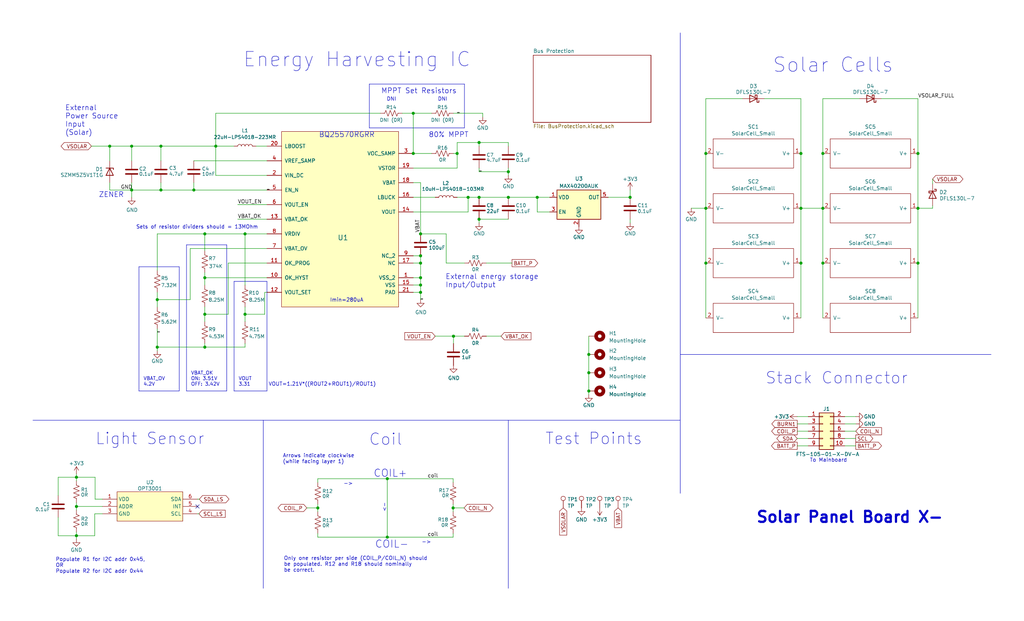
<source format=kicad_sch>
(kicad_sch (version 20230121) (generator eeschema)
  (paper "USLegal")
  (title_block (title "PyCubed Mini") (date "2023-04-12") (rev "B3/02") (company "REx Lab Carnegie Mellon University") (comment 1 "Z.Manchester") (comment 2 "N.Khera") (comment 3 "M.Holliday"))
  (junction (at 38.1 50.8))
  (junction (at 166.37 49.53))
  (junction (at 26.543 186.182))
  (junction (at 54.61 104.14))
  (junction (at 143.51 53.34))
  (junction (at 245.11 91.44))
  (junction (at 45.72 66.04))
  (junction (at 146.05 88.9))
  (junction (at 110.363 176.53))
  (junction (at 204.47 123.19))
  (junction (at 26.543 165.862))
  (junction (at 71.12 109.22))
  (junction (at 157.353 176.53))
  (junction (at 74.93 50.8))
  (junction (at 285.75 72.39))
  (junction (at 26.543 176.022))
  (junction (at 85.09 81.28))
  (junction (at 318.77 91.44))
  (junction (at 54.61 120.65))
  (junction (at 85.09 109.22))
  (junction (at 162.56 68.58))
  (junction (at 71.12 96.52))
  (junction (at 176.53 59.69))
  (junction (at 55.88 50.8))
  (junction (at 245.11 53.34))
  (junction (at 285.75 53.34))
  (junction (at 146.05 81.28))
  (junction (at 146.05 96.52))
  (junction (at 186.563 68.58))
  (junction (at 146.05 101.6))
  (junction (at 71.12 120.65))
  (junction (at 143.51 39.37))
  (junction (at 245.11 72.39))
  (junction (at 278.13 72.39))
  (junction (at 285.75 91.44))
  (junction (at 218.821 68.58))
  (junction (at 157.48 116.84))
  (junction (at 134.493 166.37))
  (junction (at 318.77 72.39))
  (junction (at 158.75 53.34))
  (junction (at 146.05 99.06))
  (junction (at 166.37 76.2))
  (junction (at 67.31 66.04))
  (junction (at 55.88 66.04))
  (junction (at 278.13 91.44))
  (junction (at 318.77 53.34))
  (junction (at 278.13 53.34))
  (junction (at 134.493 186.69))
  (junction (at 204.47 129.54))
  (junction (at 204.47 135.89))
  (junction (at 176.53 68.58))
  (junction (at 71.12 81.28))
  (junction (at 45.72 50.8))
  (junction (at 146.05 91.44))
  (junction (at 166.37 68.58))
  (no_connect (at 68.58 176.022))
  (wire (pts (xy 143.51 101.6) (xy 146.05 101.6)))
  (wire (pts (xy 26.543 176.022) (xy 26.543 177.292)))
  (wire (pts (xy 38.1 63.5) (xy 38.1 66.04)))
  (wire (pts (xy 190.881 73.66) (xy 186.563 73.66)))
  (wire (pts (xy 245.11 91.44) (xy 245.11 72.39)))
  (wire (pts (xy 146.05 91.44) (xy 146.05 88.9)))
  (polyline (pts (xy 78.74 85.09) (xy 78.74 135.89)))
  (wire (pts (xy 71.12 106.68) (xy 71.12 109.22)))
  (wire (pts (xy 218.821 76.2) (xy 218.821 77.47)))
  (wire (pts (xy 278.13 34.29) (xy 265.43 34.29)))
  (wire (pts (xy 110.363 175.26) (xy 110.363 176.53)))
  (polyline (pts (xy 81.28 97.79) (xy 92.71 97.79)))
  (wire (pts (xy 204.47 123.19) (xy 204.47 129.54)))
  (wire (pts (xy 85.09 119.38) (xy 85.09 120.65)))
  (wire (pts (xy 146.05 81.28) (xy 146.05 63.5)))
  (polyline (pts (xy 92.71 97.79) (xy 92.71 135.89)))
  (wire (pts (xy 204.47 137.16) (xy 204.47 135.89)))
  (wire (pts (xy 79.248 91.44) (xy 92.71 91.44)))
  (wire (pts (xy 54.61 120.65) (xy 71.12 120.65)))
  (wire (pts (xy 285.75 91.44) (xy 285.75 110.49)))
  (wire (pts (xy 158.75 53.34) (xy 158.75 58.42)))
  (wire (pts (xy 157.48 39.37) (xy 167.64 39.37)))
  (wire (pts (xy 82.55 76.2) (xy 92.71 76.2)))
  (wire (pts (xy 139.7 39.37) (xy 143.51 39.37)))
  (wire (pts (xy 176.53 60.96) (xy 176.53 59.69)))
  (wire (pts (xy 143.51 99.06) (xy 146.05 99.06)))
  (wire (pts (xy 245.11 34.29) (xy 245.11 53.34)))
  (wire (pts (xy 176.53 58.42) (xy 176.53 59.69)))
  (wire (pts (xy 323.85 72.39) (xy 323.85 71.501)))
  (wire (pts (xy 110.363 185.42) (xy 110.363 186.69)))
  (wire (pts (xy 45.72 50.8) (xy 55.88 50.8)))
  (wire (pts (xy 318.77 72.39) (xy 323.85 72.39)))
  (wire (pts (xy 318.77 34.29) (xy 318.77 53.34)))
  (polyline (pts (xy 92.71 135.89) (xy 81.28 135.89)))
  (wire (pts (xy 146.05 104.14) (xy 146.05 101.6)))
  (wire (pts (xy 85.09 81.28) (xy 85.09 99.06)))
  (wire (pts (xy 151.13 116.84) (xy 157.48 116.84)))
  (wire (pts (xy 134.493 166.37) (xy 157.353 166.37)))
  (wire (pts (xy 166.37 76.2) (xy 176.53 76.2)))
  (wire (pts (xy 20.193 172.212) (xy 20.193 165.862)))
  (polyline (pts (xy 176.53 146.05) (xy 176.53 204.47)))
  (polyline (pts (xy 64.77 135.89) (xy 64.77 85.09)))
  (polyline (pts (xy 236.22 11.43) (xy 236.22 171.45)))
  (wire (pts (xy 74.93 50.8) (xy 74.93 60.96)))
  (wire (pts (xy 134.493 186.69) (xy 157.353 186.69)))
  (wire (pts (xy 26.543 186.182) (xy 32.893 186.182)))
  (wire (pts (xy 74.93 39.37) (xy 74.93 50.8)))
  (wire (pts (xy 285.75 72.39) (xy 278.13 72.39)))
  (polyline (pts (xy 161.29 44.45) (xy 128.27 44.45)))
  (wire (pts (xy 166.37 58.42) (xy 166.37 59.69)))
  (wire (pts (xy 32.893 186.182) (xy 32.893 178.562)))
  (polyline (pts (xy 91.44 146.05) (xy 91.44 204.47)))
  (wire (pts (xy 20.193 165.862) (xy 26.543 165.862)))
  (wire (pts (xy 32.893 178.562) (xy 35.56 178.562)))
  (wire (pts (xy 67.31 66.04) (xy 67.31 63.5)))
  (polyline (pts (xy 161.29 29.21) (xy 161.29 44.45)))
  (wire (pts (xy 276.86 154.94) (xy 280.67 154.94)))
  (wire (pts (xy 54.61 114.3) (xy 54.61 120.65)))
  (wire (pts (xy 204.47 116.84) (xy 204.47 123.19)))
  (wire (pts (xy 257.81 34.29) (xy 245.11 34.29)))
  (wire (pts (xy 211.201 68.58) (xy 218.821 68.58)))
  (wire (pts (xy 55.88 66.04) (xy 67.31 66.04)))
  (wire (pts (xy 158.75 68.58) (xy 162.56 68.58)))
  (wire (pts (xy 146.05 88.9) (xy 143.51 88.9)))
  (wire (pts (xy 297.18 147.32) (xy 293.37 147.32)))
  (wire (pts (xy 276.86 147.32) (xy 280.67 147.32)))
  (wire (pts (xy 71.12 119.38) (xy 71.12 120.65)))
  (wire (pts (xy 92.71 55.88) (xy 67.31 55.88)))
  (wire (pts (xy 278.13 72.39) (xy 278.13 91.44)))
  (wire (pts (xy 285.75 53.34) (xy 285.75 72.39)))
  (wire (pts (xy 146.05 99.06) (xy 146.05 96.52)))
  (wire (pts (xy 276.86 152.4) (xy 280.67 152.4)))
  (wire (pts (xy 168.91 116.84) (xy 173.99 116.84)))
  (wire (pts (xy 55.88 50.8) (xy 55.88 55.88)))
  (wire (pts (xy 71.12 94.742) (xy 71.12 96.52)))
  (wire (pts (xy 285.75 34.29) (xy 285.75 53.34)))
  (wire (pts (xy 55.88 50.8) (xy 74.93 50.8)))
  (wire (pts (xy 71.12 81.28) (xy 54.61 81.28)))
  (wire (pts (xy 26.543 184.912) (xy 26.543 186.182)))
  (wire (pts (xy 161.163 176.53) (xy 157.353 176.53)))
  (wire (pts (xy 45.72 55.88) (xy 45.72 50.8)))
  (wire (pts (xy 157.353 185.42) (xy 157.353 186.69)))
  (wire (pts (xy 293.37 152.4) (xy 297.18 152.4)))
  (wire (pts (xy 143.51 53.34) (xy 143.51 39.37)))
  (wire (pts (xy 318.77 72.39) (xy 318.77 91.44)))
  (polyline (pts (xy 62.23 135.89) (xy 48.26 135.89)))
  (wire (pts (xy 33.02 173.482) (xy 35.56 173.482)))
  (polyline (pts (xy 128.27 29.21) (xy 161.29 29.21)))
  (wire (pts (xy 91.948 109.22) (xy 91.948 101.6)))
  (wire (pts (xy 74.93 50.8) (xy 81.28 50.8)))
  (wire (pts (xy 74.93 60.96) (xy 92.71 60.96)))
  (polyline (pts (xy 62.23 92.71) (xy 62.23 135.89)))
  (wire (pts (xy 54.61 121.92) (xy 54.61 120.65)))
  (wire (pts (xy 85.09 81.28) (xy 92.71 81.28)))
  (wire (pts (xy 38.1 55.88) (xy 38.1 50.8)))
  (wire (pts (xy 26.543 164.719) (xy 26.543 165.862)))
  (wire (pts (xy 166.37 50.8) (xy 166.37 49.53)))
  (wire (pts (xy 166.37 59.69) (xy 176.53 59.69)))
  (wire (pts (xy 33.02 165.862) (xy 26.543 165.862)))
  (wire (pts (xy 66.04 104.14) (xy 66.04 86.36)))
  (wire (pts (xy 110.363 166.37) (xy 134.493 166.37)))
  (wire (pts (xy 158.75 49.53) (xy 166.37 49.53)))
  (wire (pts (xy 293.37 149.86) (xy 297.18 149.86)))
  (wire (pts (xy 278.13 53.34) (xy 278.13 72.39)))
  (wire (pts (xy 146.05 101.6) (xy 146.05 99.06)))
  (wire (pts (xy 167.64 39.37) (xy 167.64 40.64)))
  (wire (pts (xy 55.88 63.5) (xy 55.88 66.04)))
  (wire (pts (xy 146.05 96.52) (xy 146.05 91.44)))
  (wire (pts (xy 154.94 91.44) (xy 154.94 81.28)))
  (polyline (pts (xy 81.28 135.89) (xy 81.28 97.79)))
  (wire (pts (xy 82.55 71.12) (xy 92.71 71.12)))
  (polyline (pts (xy 78.74 135.89) (xy 64.77 135.89)))
  (wire (pts (xy 110.363 166.37) (xy 110.363 167.64)))
  (wire (pts (xy 157.48 119.38) (xy 157.48 116.84)))
  (wire (pts (xy 54.61 104.14) (xy 66.04 104.14)))
  (wire (pts (xy 154.94 91.44) (xy 161.29 91.44)))
  (wire (pts (xy 162.56 73.66) (xy 162.56 68.58)))
  (wire (pts (xy 298.45 34.29) (xy 285.75 34.29)))
  (wire (pts (xy 166.37 76.2) (xy 166.37 77.47)))
  (wire (pts (xy 92.71 66.04) (xy 67.31 66.04)))
  (wire (pts (xy 157.48 53.34) (xy 158.75 53.34)))
  (wire (pts (xy 71.12 120.65) (xy 85.09 120.65)))
  (wire (pts (xy 278.13 91.44) (xy 278.13 110.49)))
  (wire (pts (xy 218.821 66.04) (xy 218.821 68.58)))
  (wire (pts (xy 85.09 106.68) (xy 85.09 109.22)))
  (wire (pts (xy 106.553 176.53) (xy 110.363 176.53)))
  (wire (pts (xy 157.353 166.37) (xy 157.353 167.64)))
  (polyline (pts (xy 48.26 92.71) (xy 62.23 92.71)))
  (wire (pts (xy 31.75 50.8) (xy 38.1 50.8)))
  (wire (pts (xy 68.58 173.482) (xy 69.215 173.482)))
  (wire (pts (xy 204.47 129.54) (xy 204.47 135.89)))
  (wire (pts (xy 285.75 72.39) (xy 285.75 91.44)))
  (wire (pts (xy 318.77 53.34) (xy 318.77 72.39)))
  (wire (pts (xy 166.37 49.53) (xy 176.53 49.53)))
  (polyline (pts (xy 64.77 85.09) (xy 78.74 85.09)))
  (wire (pts (xy 162.56 68.58) (xy 166.37 68.58)))
  (wire (pts (xy 71.12 109.22) (xy 79.248 109.22)))
  (wire (pts (xy 143.51 68.58) (xy 151.13 68.58)))
  (wire (pts (xy 176.53 68.58) (xy 186.563 68.58)))
  (wire (pts (xy 245.11 110.49) (xy 245.11 91.44)))
  (wire (pts (xy 71.12 96.52) (xy 71.12 99.06)))
  (wire (pts (xy 38.1 66.04) (xy 45.72 66.04)))
  (wire (pts (xy 85.09 81.28) (xy 71.12 81.28)))
  (wire (pts (xy 33.02 165.862) (xy 33.02 173.482)))
  (wire (pts (xy 186.563 68.58) (xy 190.881 68.58)))
  (wire (pts (xy 85.09 109.22) (xy 85.09 111.76)))
  (wire (pts (xy 26.543 174.752) (xy 26.543 176.022)))
  (wire (pts (xy 38.1 50.8) (xy 45.72 50.8)))
  (wire (pts (xy 318.77 91.44) (xy 318.77 110.49)))
  (wire (pts (xy 91.948 101.6) (xy 92.71 101.6)))
  (wire (pts (xy 245.11 72.39) (xy 240.03 72.39)))
  (wire (pts (xy 158.75 58.42) (xy 143.51 58.42)))
  (wire (pts (xy 88.9 50.8) (xy 92.71 50.8)))
  (wire (pts (xy 45.72 66.04) (xy 55.88 66.04)))
  (wire (pts (xy 280.67 144.78) (xy 276.86 144.78)))
  (wire (pts (xy 54.61 104.14) (xy 54.61 106.68)))
  (wire (pts (xy 26.543 165.862) (xy 26.543 167.132)))
  (wire (pts (xy 276.86 149.86) (xy 280.67 149.86)))
  (wire (pts (xy 54.61 81.28) (xy 54.61 93.98)))
  (wire (pts (xy 168.91 91.44) (xy 177.8 91.44)))
  (wire (pts (xy 297.18 154.94) (xy 293.37 154.94)))
  (wire (pts (xy 71.12 81.28) (xy 71.12 87.122)))
  (wire (pts (xy 134.493 166.37) (xy 134.493 186.69)))
  (polyline (pts (xy 236.22 123.19) (xy 344.17 123.19)))
  (wire (pts (xy 157.353 176.53) (xy 157.353 177.8)))
  (wire (pts (xy 26.543 176.022) (xy 35.56 176.022)))
  (wire (pts (xy 110.363 176.53) (xy 110.363 177.8)))
  (wire (pts (xy 278.13 53.34) (xy 278.13 34.29)))
  (wire (pts (xy 143.51 39.37) (xy 149.86 39.37)))
  (wire (pts (xy 74.93 39.37) (xy 132.08 39.37)))
  (wire (pts (xy 143.51 73.66) (xy 162.56 73.66)))
  (polyline (pts (xy 48.26 135.89) (xy 48.26 92.71)))
  (wire (pts (xy 54.61 101.6) (xy 54.61 104.14)))
  (wire (pts (xy 20.193 186.182) (xy 26.543 186.182)))
  (wire (pts (xy 143.51 91.44) (xy 146.05 91.44)))
  (wire (pts (xy 71.12 109.22) (xy 71.12 111.76)))
  (wire (pts (xy 176.53 50.8) (xy 176.53 49.53)))
  (wire (pts (xy 157.48 116.84) (xy 161.29 116.84)))
  (wire (pts (xy 26.543 187.325) (xy 26.543 186.182)))
  (wire (pts (xy 245.11 72.39) (xy 245.11 53.34)))
  (wire (pts (xy 157.353 175.26) (xy 157.353 176.53)))
  (polyline (pts (xy 11.43 146.05) (xy 236.22 146.05)))
  (wire (pts (xy 323.85 62.23) (xy 323.85 63.881)))
  (wire (pts (xy 306.07 34.29) (xy 318.77 34.29)))
  (wire (pts (xy 186.563 73.66) (xy 186.563 68.58)))
  (wire (pts (xy 158.75 49.53) (xy 158.75 53.34)))
  (wire (pts (xy 154.94 81.28) (xy 146.05 81.28)))
  (wire (pts (xy 45.72 63.5) (xy 45.72 66.04)))
  (wire (pts (xy 297.18 144.78) (xy 293.37 144.78)))
  (wire (pts (xy 71.12 96.52) (xy 92.71 96.52)))
  (wire (pts (xy 110.363 186.69) (xy 134.493 186.69)))
  (wire (pts (xy 45.72 66.04) (xy 45.72 68.58)))
  (wire (pts (xy 68.58 178.562) (xy 69.088 178.562)))
  (wire (pts (xy 20.193 179.832) (xy 20.193 186.182)))
  (wire (pts (xy 143.51 53.34) (xy 149.86 53.34)))
  (wire (pts (xy 79.248 109.22) (xy 79.248 91.44)))
  (wire (pts (xy 143.51 96.52) (xy 146.05 96.52)))
  (wire (pts (xy 85.09 109.22) (xy 91.948 109.22)))
  (polyline (pts (xy 128.27 44.45) (xy 128.27 29.21)))
  (wire (pts (xy 66.04 86.36) (xy 92.71 86.36)))
  (wire (pts (xy 166.37 68.58) (xy 176.53 68.58)))
  (wire (pts (xy 146.05 63.5) (xy 143.51 63.5)))
  (text "80% MPPT " (at 148.844 48.006 0) (effects (font (size 1.778 1.778)) (justify left bottom)))
  (text "DNI" (at 152.019 35.306 0) (effects (font (size 1.27 1.27)) (justify left bottom)))
  (text "Populate R1 for I2C addr 0x45, \nOR\nPopulate R2 for I2C addr 0x44" (at 19.304 199.39 0) (effects (font (size 1.27 1.27)) (justify left bottom)))
  (text "Solar Cells\n" (at 268.224 25.654 0) (effects (font (size 5 5)) (justify left bottom)))
  (text "External\nPower Source\nInput\n(Solar)" (at 22.606 47.244 0) (effects (font (size 1.778 1.778)) (justify left bottom)))
  (text "Only one resistor per side (COIL_P/COIL_N) should \nbe populated. R12 and R18 should nominally \nbe correct." (at 98.552 199.009 0) (effects (font (size 1.27 1.27)) (justify left bottom)))
  (text "Stack Connector\n" (at 265.684 133.858 0) (effects (font (size 4 4)) (justify left bottom)))
  (text "VOUT\n3.31" (at 82.804 134.366 0) (effects (font (size 1.2 1.2)) (justify left bottom)))
  (text "->" (at 149.733 189.23 0) (effects (font (size 1.27 1.27)) (justify right bottom)))
  (text "Energy Harvesting IC" (at 84.328 23.749 0) (effects (font (size 5 5)) (justify left bottom)))
  (text "MPPT Set Resistors " (at 132.334 32.766 0) (effects (font (size 1.778 1.778)) (justify left bottom)))
  (text "Arrows indicate clockwise\n(while facing layer 1)" (at 98.171 161.29 0) (effects (font (size 1.27 1.27)) (justify left bottom)))
  (text "<-" (at 134.239 178.054 90) (effects (font (size 1.27 1.27)) (justify left bottom)))
  (text "Test Points" (at 189.23 154.94 0) (effects (font (size 4 4)) (justify left bottom)))
  (text "External energy storage\nInput/Output" (at 154.686 100.203 0) (effects (font (size 1.778 1.778)) (justify left bottom)))
  (text "COIL+" (at 129.667 166.116 0) (effects (font (size 2.54 2.54)) (justify left bottom)))
  (text "BQ25570RGRR" (at 110.744 48.006 0) (effects (font (size 1.778 1.778)) (justify left bottom)))
  (text "DNI" (at 134.239 35.306 0) (effects (font (size 1.27 1.27)) (justify left bottom)))
  (text "Light Sensor" (at 33.02 154.94 0) (effects (font (size 4 4)) (justify left bottom)))
  (text "Solar Panel Board X-" (at 262.382 182.118 0) (effects (font (size 3.81 3.81) (thickness 0.762) bold) (justify left bottom)))
  (text "->" (at 119.253 168.91 0) (effects (font (size 1.27 1.27)) (justify left bottom)))
  (text "VOUT=1.21V*((ROUT2+ROUT1)/ROUT1)" (at 93.218 134.366 0) (effects (font (size 1.27 1.27)) (justify left bottom)))
  (text "VBAT_OV\n4.2V" (at 49.784 134.366 0) (effects (font (size 1.2 1.2)) (justify left bottom)))
  (text "VBAT_OK\nON: 3.51V\nOFF: 3.42V" (at 66.294 134.366 0) (effects (font (size 1.2 1.2)) (justify left bottom)))
  (text "COIL-" (at 130.175 190.754 0) (effects (font (size 2.54 2.54)) (justify left bottom)))
  (text "Sets of resistor dividers should = 13MOhm" (at 47.244 79.756 0) (effects (font (size 1.27 1.27)) (justify left bottom)))
  (text "Imin=280uA" (at 114.554 105.156 0) (effects (font (size 1.27 1.27)) (justify left bottom)))
  (text "ZENER" (at 34.29 68.834 0) (effects (font (size 1.778 1.778)) (justify left bottom)))
  (text "To Mainboard" (at 281.178 160.782 0) (effects (font (size 1.27 1.27)) (justify left bottom)))
  (text "Coil" (at 128.016 155.194 0) (effects (font (size 4 4)) (justify left bottom)))
  (label "GND" (at 158.75 39.37 0) (effects (font (size 0.254 0.254))))
  (label "coil" (at 148.463 186.69 0))
  (label "GND" (at 92.71 66.04 0) (effects (font (size 0.254 0.254))))
  (label "VBAT_OK" (at 82.55 76.2 0))
  (label "coil" (at 148.463 166.37 0))
  (label "VOUT_EN" (at 82.55 71.12 0))
  (label "VBAT" (at 146.05 76.2 270))
  (label "GND" (at 166.37 59.69 0) (effects (font (size 0.254 0.254))))
  (label "GND" (at 146.05 104.14 0) (effects (font (size 0.254 0.254))))
  (label "GND" (at 41.91 66.04 0))
  (label "GND" (at 54.61 115.57 0) (effects (font (size 0.254 0.254))))
  (label "VSOLAR_FULL" (at 318.77 34.29 0))
  (global_label "SDA_LS" (shape bidirectional) (at 69.215 173.482 0) (property "Intersheetrefs" "${INTERSHEET_REFS}" (effects hide)))
  (global_label "VBAT_OK" (shape input) (at 173.99 116.84 0) (property "Intersheetrefs" "${INTERSHEET_REFS}" (effects hide)))
  (global_label "VSOLAR" (shape bidirectional) (at 31.75 50.8 180) (property "Intersheetrefs" "${INTERSHEET_REFS}" (effects hide)))
  (global_label "BATT_P" (shape output) (at 177.8 91.44 0) (property "Intersheetrefs" "${INTERSHEET_REFS}" (effects hide)))
  (global_label "VOUT_EN" (shape input) (at 151.13 116.84 180) (property "Intersheetrefs" "${INTERSHEET_REFS}" (effects hide)))
  (global_label "VSOLAR" (shape bidirectional) (at 323.85 62.23 0) (property "Intersheetrefs" "${INTERSHEET_REFS}" (effects hide)))
  (global_label "BURN1" (shape output) (at 276.86 147.32 180) (property "Intersheetrefs" "${INTERSHEET_REFS}" (effects hide)))
  (global_label "COIL_N" (shape input) (at 297.18 149.86 0) (property "Intersheetrefs" "${INTERSHEET_REFS}" (effects hide)))
  (global_label "COIL_P" (shape bidirectional) (at 106.553 176.53 180) (property "Intersheetrefs" "${INTERSHEET_REFS}" (effects hide)))
  (global_label "SCL" (shape output) (at 297.18 152.4 0) (property "Intersheetrefs" "${INTERSHEET_REFS}" (effects hide)))
  (global_label "COIL_P" (shape output) (at 276.86 149.86 180) (property "Intersheetrefs" "${INTERSHEET_REFS}" (effects hide)))
  (global_label "BATT_P" (shape output) (at 276.86 154.94 180) (property "Intersheetrefs" "${INTERSHEET_REFS}" (effects hide)))
  (global_label "SCL_LS" (shape input) (at 69.088 178.562 0) (property "Intersheetrefs" "${INTERSHEET_REFS}" (effects hide)))
  (global_label "COIL_N" (shape bidirectional) (at 161.163 176.53 0) (property "Intersheetrefs" "${INTERSHEET_REFS}" (effects hide)))
  (global_label "VBAT" (shape input) (at 214.63 176.53 270) (property "Intersheetrefs" "${INTERSHEET_REFS}" (effects hide)))
  (global_label "VSOLAR" (shape input) (at 195.58 176.53 270) (property "Intersheetrefs" "${INTERSHEET_REFS}" (effects hide)))
  (global_label "BATT_P" (shape output) (at 297.18 154.94 0) (property "Intersheetrefs" "${INTERSHEET_REFS}" (effects hide)))
  (global_label "SDA" (shape bidirectional) (at 276.86 152.4 180) (property "Intersheetrefs" "${INTERSHEET_REFS}" (effects hide)))
  (symbol (lib_id "Device:C") (at 176.53 54.61 0) (unit 1)
    (property "Reference" "C9" (at 179.07 53.848 0) (effects (font (size 1.2 1.2)) (justify left)))
    (property "Value" "0.1uF" (at 179.07 55.626 0) (effects (font (size 1.2 1.2)) (justify left)))
    (property "Footprint" "Capacitor_SMD:C_0603_1608Metric" (effects hide))
    (property "Description" "CAP CER 0.1UF 50V X7R 0603" (effects hide))
    (property "Manufacturer_Name" "KYOCERA AVX" (effects hide))
    (property "Manufacturer_Part_Number" "06035C104K4T2A" (effects hide))
    (property "Package/Footprint" "0603" (effects hide))
    (property "Website" "https://www.digikey.pt/pt/products/detail/kyocera-avx/KAM15AR71H104KT/1950904?s=N4IgTCBcDaIAwDY4GYCsBhAjHALAaRwBUwBBEAXQF8g" (effects hide))
  )
  (symbol (lib_id "Device:R_US") (at 85.09 115.57 180) (unit 1)
    (property "Reference" "R11" (at 88.392 113.792 0) (effects (font (size 1.2 1.2)) (justify bottom)))
    (property "Value" "4.75M" (at 89.154 117.602 0) (effects (font (size 1.2 1.2)) (justify top)))
    (property "Footprint" "Resistor_SMD:R_0603_1608Metric" (effects hide))
    (property "Description" "RES 4.75M OHM 1% 1/10W 0603" (effects hide))
    (property "Manufacturer_Name" "Stackpole Electronics Inc" (effects hide))
    (property "Manufacturer_Part_Number" "RMCF0603FT4M75" (effects hide))
    (property "Package/Footprint" "0603" (effects hide))
    (property "Website" "https://www.digikey.pt/pt/products/detail/stackpole-electronics-inc/RMCF0603FT4M75/1761161?s=N4IgTCBcDaIEoFkDCAxADANjQZhQFQBYEB2AVhAF0BfIA" (effects hide))
  )
  (symbol (lib_id "Device:R_US") (at 85.09 102.87 180) (unit 1)
    (property "Reference" "R10" (at 88.138 101.092 0) (effects (font (size 1.2 1.2)) (justify bottom)))
    (property "Value" "8.25M" (at 89.154 104.902 0) (effects (font (size 1.2 1.2)) (justify top)))
    (property "Footprint" "Resistor_SMD:R_0603_1608Metric" (effects hide))
    (property "Description" "RES SMD 8.25M OHM 1% 1/10W 0603" (effects hide))
    (property "Manufacturer_Name" "Vishay Dale" (effects hide))
    (property "Manufacturer_Part_Number" "CRCW06038M25FKEA" (effects hide))
    (property "Package/Footprint" "0603" (effects hide))
    (property "Website" "https://www.digikey.pt/pt/products/detail/vishay-dale/CRCW06038M25FKEA/1175115" (effects hide))
  )
  (symbol (lib_id "Device:C") (at 218.821 72.39 0) (unit 1)
    (property "Reference" "C11" (at 221.361 71.374 0) (effects (font (size 1.2 1.2)) (justify left)))
    (property "Value" "0.1uF" (at 221.361 73.406 0) (effects (font (size 1.2 1.2)) (justify left)))
    (property "Footprint" "Capacitor_SMD:C_0603_1608Metric" (effects hide))
    (property "Description" "CAP CER 0.1UF 50V X7R 0603" (effects hide))
    (property "Manufacturer_Name" "KYOCERA AVX" (effects hide))
    (property "Manufacturer_Part_Number" "06035C104K4T2A" (effects hide))
    (property "Package/Footprint" "0603" (effects hide))
    (property "Website" "https://www.digikey.pt/pt/products/detail/kyocera-avx/KAM15AR71H104KT/1950904?s=N4IgTCBcDaIAwDY4GYCsBhAjHALAaRwBUwBBEAXQF8g" (effects hide))
  )
  (symbol (lib_id "Device:R_US") (at 165.1 91.44 270) (unit 1)
    (property "Reference" "R3" (at 165.1 90.17 90) (effects (font (size 1.2 1.2)) (justify bottom)))
    (property "Value" "0R" (at 165.1 92.964 90) (effects (font (size 1.2 1.2)) (justify top)))
    (property "Footprint" "Resistor_SMD:R_0603_1608Metric" (effects hide))
    (property "Description" "RES 0 OHM JUMPER 1/10W 0603" (effects hide))
    (property "Manufacturer_Name" "Stackpole Electronics Inc" (effects hide))
    (property "Manufacturer_Part_Number" "RMCF0603ZT0R00" (effects hide))
    (property "Package/Footprint" "0603" (effects hide))
    (property "Website" "https://www.digikey.pt/pt/products/detail/stackpole-electronics-inc/RMCF0603ZT0R00/1756908?s=N4IgTCBcDaIEoFkDCAxADANjQZgFoBU0400QBdAXyA" (effects hide))
  )
  (symbol (lib_id "Device:R_US") (at 54.61 110.49 180) (unit 1)
    (property "Reference" "R6" (at 57.15 108.712 0) (effects (font (size 1.2 1.2)) (justify bottom)))
    (property "Value" "5.62M" (at 58.674 112.522 0) (effects (font (size 1.2 1.2)) (justify top)))
    (property "Footprint" "Resistor_SMD:R_0603_1608Metric" (effects hide))
    (property "Description" "RES 5.62M OHM 1% 1/10W 0603" (effects hide))
    (property "Manufacturer_Name" "Stackpole Electronics Inc" (effects hide))
    (property "Manufacturer_Part_Number" "RMCF0603FT5M62" (effects hide))
    (property "Package/Footprint" "0603" (effects hide))
    (property "Website" "https://www.digikey.pt/pt/products/detail/stackpole-electronics-inc/RMCF0603FT5M62/6266838?s=N4IgTCBcDaIEoFkDCAxADANjQZhQFQFYEMIBdAXyA" (effects hide))
  )
  (symbol (lib_id "power:GND") (at 146.05 104.14 0) (unit 1)
    (property "Reference" "#PWR08" (effects hide))
    (property "Value" "GND" (at 146.177 108.5342 0))
  )
  (symbol (lib_id "power:GND") (at 54.61 121.92 0) (unit 1)
    (property "Reference" "#PWR04" (effects hide))
    (property "Value" "GND" (at 54.61 125.476 0))
  )
  (symbol (lib_id "power:GND") (at 45.72 68.58 0) (unit 1)
    (property "Reference" "#PWR03" (effects hide))
    (property "Value" "GND" (at 45.847 72.9742 0))
  )
  (symbol (lib_id "power:GND") (at 167.64 40.64 0) (unit 1)
    (property "Reference" "#PWR010" (effects hide))
    (property "Value" "GND" (at 167.64 44.45 0))
  )
  (symbol (lib_id "power:GND") (at 166.37 77.47 0) (unit 1)
    (property "Reference" "#PWR09" (effects hide))
    (property "Value" "GND" (at 166.37 81.153 0))
  )
  (symbol (lib_id "power:GND") (at 176.53 60.96 0) (unit 1)
    (property "Reference" "#PWR011" (effects hide))
    (property "Value" "GND" (at 176.53 64.77 0))
  )
  (symbol (lib_id "solarpanels:SolarCell_Small") (at 302.26 53.34 0) (mirror y) (unit 1)
    (property "Reference" "SC5" (at 302.26 44.069 0))
    (property "Value" "SolarCell_Small" (at 302.26 46.3804 0))
    (property "Footprint" "solarpanels:KXOB25-05X3F" (effects hide))
    (property "Description" "MONOCRYS SOLAR CELL 30.7MW 2.07V" (effects hide))
    (property "Manufacturer_Name" "ANYSOLAR Ltd" (effects hide))
    (property "Manufacturer_Part_Number" "KXOB25-05X3F-TR" (effects hide))
    (property "Website" "https://www.digikey.pt/pt/products/detail/anysolar-ltd/KXOB25-05X3F-TR/9990478?s=N4IgTCBcDaINIA0DyAhMBWAtABnQgzAGKYAqASiALoC%2BQA" (effects hide))
  )
  (symbol (lib_id "power:GND") (at 26.543 187.325 0) (unit 1)
    (property "Reference" "#PWR07" (effects hide))
    (property "Value" "GND" (at 26.543 191.135 0))
  )
  (symbol (lib_id "solarpanels:SolarCell_Small") (at 302.26 72.39 0) (mirror y) (unit 1)
    (property "Reference" "SC6" (at 302.26 63.119 0))
    (property "Value" "SolarCell_Small" (at 302.26 65.4304 0))
    (property "Footprint" "solarpanels:KXOB25-05X3F" (effects hide))
    (property "Description" "MONOCRYS SOLAR CELL 30.7MW 2.07V" (effects hide))
    (property "Manufacturer_Name" "ANYSOLAR Ltd" (effects hide))
    (property "Manufacturer_Part_Number" "KXOB25-05X3F-TR" (effects hide))
    (property "Website" "https://www.digikey.pt/pt/products/detail/anysolar-ltd/KXOB25-05X3F-TR/9990478?s=N4IgTCBcDaINIA0DyAhMBWAtABnQgzAGKYAqASiALoC%2BQA" (effects hide))
  )
  (symbol (lib_id "solarpanels:SolarCell_Small") (at 302.26 91.44 0) (mirror y) (unit 1)
    (property "Reference" "SC7" (at 302.26 82.169 0))
    (property "Value" "SolarCell_Small" (at 302.26 84.4804 0))
    (property "Footprint" "solarpanels:KXOB25-05X3F" (effects hide))
    (property "Description" "MONOCRYS SOLAR CELL 30.7MW 2.07V" (effects hide))
    (property "Manufacturer_Name" "ANYSOLAR Ltd" (effects hide))
    (property "Manufacturer_Part_Number" "KXOB25-05X3F-TR" (effects hide))
    (property "Website" "https://www.digikey.pt/pt/products/detail/anysolar-ltd/KXOB25-05X3F-TR/9990478?s=N4IgTCBcDaINIA0DyAhMBWAtABnQgzAGKYAqASiALoC%2BQA" (effects hide))
  )
  (symbol (lib_id "Device:R_US") (at 26.543 170.942 180) (unit 1)
    (property "Reference" "R1" (at 28.067 170.18 0) (effects (font (size 1.2 1.2)) (justify right)))
    (property "Value" "0R" (at 28.067 171.958 0) (effects (font (size 1.2 1.2)) (justify right)))
    (property "Footprint" "Resistor_SMD:R_0402_1005Metric" (effects hide))
    (property "Description" "RES 0 OHM JUMPER 1/16W 0402" (effects hide))
    (property "Manufacturer_Name" "Stackpole Electronics Inc" (effects hide))
    (property "Manufacturer_Part_Number" "RMCF0402ZT0R00" (effects hide))
    (property "Package/Footprint" "0402" (effects hide))
    (property "Website" "https://www.digikey.pt/pt/products/detail/stackpole-electronics-inc/RMCF0402ZT0R00/1756905?s=N4IgTCBcDaIEoFkDCAxADAFjWAWgFTTjTRAF0BfIA" (effects hide))
  )
  (symbol (lib_id "solarpanels:SolarCell_Small") (at 302.26 110.49 0) (mirror y) (unit 1)
    (property "Reference" "SC8" (at 302.26 101.219 0))
    (property "Value" "SolarCell_Small" (at 302.26 103.5304 0))
    (property "Footprint" "solarpanels:KXOB25-05X3F" (effects hide))
    (property "Description" "MONOCRYS SOLAR CELL 30.7MW 2.07V" (effects hide))
    (property "Manufacturer_Name" "ANYSOLAR Ltd" (effects hide))
    (property "Manufacturer_Part_Number" "KXOB25-05X3F-TR" (effects hide))
    (property "Website" "https://www.digikey.pt/pt/products/detail/anysolar-ltd/KXOB25-05X3F-TR/9990478?s=N4IgTCBcDaINIA0DyAhMBWAtABnQgzAGKYAqASiALoC%2BQA" (effects hide))
  )
  (symbol (lib_id "solarpanels:SolarCell_Small") (at 261.62 53.34 0) (mirror y) (unit 1)
    (property "Reference" "SC1" (at 261.62 44.069 0))
    (property "Value" "SolarCell_Small" (at 261.62 46.3804 0))
    (property "Footprint" "solarpanels:KXOB25-05X3F" (effects hide))
    (property "Description" "MONOCRYS SOLAR CELL 30.7MW 2.07V" (effects hide))
    (property "Manufacturer_Name" "ANYSOLAR Ltd" (effects hide))
    (property "Manufacturer_Part_Number" "KXOB25-05X3F-TR" (effects hide))
    (property "Website" "https://www.digikey.pt/pt/products/detail/anysolar-ltd/KXOB25-05X3F-TR/9990478?s=N4IgTCBcDaINIA0DyAhMBWAtABnQgzAGKYAqASiALoC%2BQA" (effects hide))
  )
  (symbol (lib_id "solarpanels:SolarCell_Small") (at 261.62 72.39 0) (mirror y) (unit 1)
    (property "Reference" "SC2" (at 261.62 63.119 0))
    (property "Value" "SolarCell_Small" (at 261.62 65.4304 0))
    (property "Footprint" "solarpanels:KXOB25-05X3F" (effects hide))
    (property "Description" "MONOCRYS SOLAR CELL 30.7MW 2.07V" (effects hide))
    (property "Manufacturer_Name" "ANYSOLAR Ltd" (effects hide))
    (property "Manufacturer_Part_Number" "KXOB25-05X3F-TR" (effects hide))
    (property "Website" "https://www.digikey.pt/pt/products/detail/anysolar-ltd/KXOB25-05X3F-TR/9990478?s=N4IgTCBcDaINIA0DyAhMBWAtABnQgzAGKYAqASiALoC%2BQA" (effects hide))
  )
  (symbol (lib_id "solarpanels:SolarCell_Small") (at 261.62 91.44 0) (mirror y) (unit 1)
    (property "Reference" "SC3" (at 261.62 82.169 0))
    (property "Value" "SolarCell_Small" (at 261.62 84.4804 0))
    (property "Footprint" "solarpanels:KXOB25-05X3F" (effects hide))
    (property "Description" "MONOCRYS SOLAR CELL 30.7MW 2.07V" (effects hide))
    (property "Manufacturer_Name" "ANYSOLAR Ltd" (effects hide))
    (property "Manufacturer_Part_Number" "KXOB25-05X3F-TR" (effects hide))
    (property "Website" "https://www.digikey.pt/pt/products/detail/anysolar-ltd/KXOB25-05X3F-TR/9990478?s=N4IgTCBcDaINIA0DyAhMBWAtABnQgzAGKYAqASiALoC%2BQA" (effects hide))
  )
  (symbol (lib_id "solarpanels:SolarCell_Small") (at 261.62 110.49 0) (mirror y) (unit 1)
    (property "Reference" "SC4" (at 261.62 101.219 0))
    (property "Value" "SolarCell_Small" (at 261.62 103.5304 0))
    (property "Footprint" "solarpanels:KXOB25-05X3F" (effects hide))
    (property "Description" "MONOCRYS SOLAR CELL 30.7MW 2.07V" (effects hide))
    (property "Manufacturer_Name" "ANYSOLAR Ltd" (effects hide))
    (property "Manufacturer_Part_Number" "KXOB25-05X3F-TR" (effects hide))
    (property "Website" "https://www.digikey.pt/pt/products/detail/anysolar-ltd/KXOB25-05X3F-TR/9990478?s=N4IgTCBcDaINIA0DyAhMBWAtABnQgzAGKYAqASiALoC%2BQA" (effects hide))
  )
  (symbol (lib_id "Device:R_US") (at 26.543 181.102 180) (unit 1)
    (property "Reference" "R2" (at 28.067 180.34 0) (effects (font (size 1.2 1.2)) (justify right)))
    (property "Value" "0R" (at 28.067 182.118 0) (effects (font (size 1.2 1.2)) (justify right)))
    (property "Footprint" "Resistor_SMD:R_0402_1005Metric" (effects hide))
    (property "Description" "RES 0 OHM JUMPER 1/16W 0402" (effects hide))
    (property "Manufacturer_Name" "Stackpole Electronics Inc" (effects hide))
    (property "Manufacturer_Part_Number" "RMCF0402ZT0R00" (effects hide))
    (property "Package/Footprint" "0402" (effects hide))
    (property "Website" "https://www.digikey.pt/pt/products/detail/stackpole-electronics-inc/RMCF0402ZT0R00/1756905?s=N4IgTCBcDaIEoFkDCAxADAFjWAWgFTTjTRAF0BfIA" (effects hide))
  )
  (symbol (lib_id "Device:C") (at 157.48 123.19 0) (unit 1)
    (property "Reference" "C6" (at 160.274 122.174 0) (effects (font (size 1.2 1.2)) (justify left)))
    (property "Value" "1uF" (at 160.274 124.206 0) (effects (font (size 1.2 1.2)) (justify left)))
    (property "Footprint" "Capacitor_SMD:C_0603_1608Metric" (effects hide))
    (property "Description" "CAP CER 1UF 50V X5R 0603" (effects hide))
    (property "Manufacturer_Name" "Murata Electronics" (effects hide))
    (property "Manufacturer_Part_Number" "GRT188R61H105KE13D" (effects hide))
    (property "Package/Footprint" "0603" (effects hide))
    (property "Website" "https://www.digikey.pt/pt/products/detail/murata-electronics/GRT188R61H105KE13D/5416752?s=N4IgTCBcDaIOICUAqBGAHGhA2FAJFADAKwDSAoigMwAiIAugL5A" (effects hide))
  )
  (symbol (lib_id "power:+3V3") (at 26.543 164.719 0) (unit 1)
    (property "Reference" "#PWR06" (effects hide))
    (property "Value" "+3V3" (at 26.543 161.036 0))
  )
  (symbol (lib_id "power:GND") (at 157.48 127 0) (unit 1)
    (property "Reference" "#PWR01" (effects hide))
    (property "Value" "GND" (at 157.607 131.3942 0))
  )
  (symbol (lib_id "Device:R_US") (at 165.1 116.84 270) (unit 1)
    (property "Reference" "R4" (at 165.1 114.681 90) (effects (font (size 1.2 1.2))))
    (property "Value" "0R" (at 165.1 119.253 90) (effects (font (size 1.2 1.2))))
    (property "Footprint" "Resistor_SMD:R_0603_1608Metric" (effects hide))
    (property "Description" "RES 0 OHM JUMPER 1/10W 0603" (effects hide))
    (property "Manufacturer_Name" "Stackpole Electronics Inc" (effects hide))
    (property "Manufacturer_Part_Number" "RMCF0603ZT0R00" (effects hide))
    (property "Package/Footprint" "0603" (effects hide))
    (property "Website" "https://www.digikey.pt/pt/products/detail/stackpole-electronics-inc/RMCF0603ZT0R00/1756908?s=N4IgTCBcDaIEoFkDCAxADANjQZgFoBU0400QBdAXyA" (effects hide))
  )
  (symbol (lib_id "Device:C") (at 20.193 176.022 180) (unit 1)
    (property "Reference" "C1" (at 17.399 175.26 0) (effects (font (size 1.2 1.2)) (justify left)))
    (property "Value" "0.1uF" (at 17.399 177.038 0) (effects (font (size 1.2 1.2)) (justify left)))
    (property "Footprint" "Capacitor_SMD:C_0402_1005Metric" (effects hide))
    (property "Description" "CAP CER 0.1UF 50V X7R 0402" (effects hide))
    (property "Manufacturer_Name" "KYOCERA AVX" (effects hide))
    (property "Manufacturer_Part_Number" "04025C104KAT2A" (effects hide))
    (property "Package/Footprint" "0402" (effects hide))
    (property "Website" "https://www.digikey.pt/pt/products/detail/kyocera-avx/KGM05CR71H104KH/6564238?s=N4IgTCBcDaIAwBY5gKwGECMiDSBBAKmLiALoC%2BQA" (effects hide))
  )
  (symbol (lib_id "power:+3V3") (at 218.821 66.04 0) (unit 1)
    (property "Reference" "#PWR015" (effects hide))
    (property "Value" "+3V3" (at 218.821 62.23 0))
  )
  (symbol (lib_id "power:GND") (at 240.03 72.39 0) (mirror y) (unit 1)
    (property "Reference" "#PWR0101" (effects hide))
    (property "Value" "GND" (at 240.03 76.2 0))
  )
  (symbol (lib_id "Device:R_US") (at 110.363 181.61 180) (unit 1)
    (property "Reference" "R13" (at 111.887 180.848 0) (effects (font (size 1.2 1.2)) (justify right)))
    (property "Value" "0R" (at 111.887 182.626 0) (effects (font (size 1.2 1.2)) (justify right)))
    (property "Footprint" "Resistor_SMD:R_0603_1608Metric" (effects hide))
    (property "Description" "RES 0 OHM JUMPER 1/10W 0603" (effects hide))
    (property "Manufacturer_Name" "Stackpole Electronics Inc" (effects hide))
    (property "Manufacturer_Part_Number" "RMCF0603ZT0R00" (effects hide))
    (property "Package/Footprint" "0603" (effects hide))
    (property "Website" "https://www.digikey.pt/pt/products/detail/stackpole-electronics-inc/RMCF0603ZT0R00/1756908?s=N4IgTCBcDaIEoFkDCAxADANjQZgFoBU0400QBdAXyA" (effects hide))
  )
  (symbol (lib_id "Device:R_US") (at 110.363 171.45 180) (unit 1)
    (property "Reference" "R12" (at 111.887 170.688 0) (effects (font (size 1.2 1.2)) (justify right)))
    (property "Value" "0R" (at 111.887 172.466 0) (effects (font (size 1.2 1.2)) (justify right)))
    (property "Footprint" "Resistor_SMD:R_0603_1608Metric" (effects hide))
    (property "Description" "RES 0 OHM JUMPER 1/10W 0603" (effects hide))
    (property "Manufacturer_Name" "Stackpole Electronics Inc" (effects hide))
    (property "Manufacturer_Part_Number" "RMCF0603ZT0R00" (effects hide))
    (property "Package/Footprint" "0603" (effects hide))
    (property "Website" "https://www.digikey.pt/pt/products/detail/stackpole-electronics-inc/RMCF0603ZT0R00/1756908?s=N4IgTCBcDaIEoFkDCAxADANjQZgFoBU0400QBdAXyA" (effects hide))
  )
  (symbol (lib_id "Device:R_US") (at 157.353 181.61 180) (unit 1)
    (property "Reference" "R18" (at 152.019 180.594 0) (effects (font (size 1.2 1.2)) (justify right)))
    (property "Value" "0R" (at 153.162 182.499 0) (effects (font (size 1.2 1.2)) (justify right)))
    (property "Footprint" "Resistor_SMD:R_0603_1608Metric" (effects hide))
    (property "Description" "RES 0 OHM JUMPER 1/10W 0603" (effects hide))
    (property "Manufacturer_Name" "Stackpole Electronics Inc" (effects hide))
    (property "Manufacturer_Part_Number" "RMCF0603ZT0R00" (effects hide))
    (property "Package/Footprint" "0603" (effects hide))
    (property "Website" "https://www.digikey.pt/pt/products/detail/stackpole-electronics-inc/RMCF0603ZT0R00/1756908?s=N4IgTCBcDaIEoFkDCAxADANjQZgFoBU0400QBdAXyA" (effects hide))
  )
  (symbol (lib_id "Device:R_US") (at 157.353 171.45 180) (unit 1)
    (property "Reference" "R17" (at 152.273 170.434 0) (effects (font (size 1.2 1.2)) (justify right)))
    (property "Value" "0R" (at 153.416 172.212 0) (effects (font (size 1.2 1.2)) (justify right)))
    (property "Footprint" "Resistor_SMD:R_0603_1608Metric" (effects hide))
    (property "Description" "RES 0 OHM JUMPER 1/10W 0603" (effects hide))
    (property "Manufacturer_Name" "Stackpole Electronics Inc" (effects hide))
    (property "Manufacturer_Part_Number" "RMCF0603ZT0R00" (effects hide))
    (property "Package/Footprint" "0603" (effects hide))
    (property "Website" "https://www.digikey.pt/pt/products/detail/stackpole-electronics-inc/RMCF0603ZT0R00/1756908?s=N4IgTCBcDaIEoFkDCAxADANjQZgFoBU0400QBdAXyA" (effects hide))
  )
  (symbol (lib_id "Connector:TestPoint") (at 195.58 176.53 0) (unit 1) (in_bom no)
    (property "Reference" "TP1" (at 197.0532 173.5328 0) (effects (justify left)))
    (property "Value" "TP" (at 197.0532 175.8442 0) (effects (justify left)))
    (property "Footprint" "TestPoint:TestPoint_THTPad_D1.0mm_Drill0.5mm" (effects hide))
  )
  (symbol (lib_id "Connector:TestPoint") (at 201.93 176.53 0) (unit 1) (in_bom no)
    (property "Reference" "TP2" (at 203.4032 173.5328 0) (effects (justify left)))
    (property "Value" "TP" (at 203.4032 175.8442 0) (effects (justify left)))
    (property "Footprint" "TestPoint:TestPoint_THTPad_D1.0mm_Drill0.5mm" (effects hide))
  )
  (symbol (lib_id "Connector:TestPoint") (at 208.28 176.53 0) (unit 1) (in_bom no)
    (property "Reference" "TP3" (at 209.7532 173.5328 0) (effects (justify left)))
    (property "Value" "TP" (at 209.7532 175.8442 0) (effects (justify left)))
    (property "Footprint" "TestPoint:TestPoint_THTPad_D1.0mm_Drill0.5mm" (effects hide))
  )
  (symbol (lib_id "Connector:TestPoint") (at 214.63 176.53 0) (unit 1) (in_bom no)
    (property "Reference" "TP4" (at 216.1032 173.5328 0) (effects (justify left)))
    (property "Value" "TP" (at 216.1032 175.8442 0) (effects (justify left)))
    (property "Footprint" "TestPoint:TestPoint_THTPad_D1.0mm_Drill0.5mm" (effects hide))
  )
  (symbol (lib_id "power:GND") (at 201.93 176.53 0) (unit 1)
    (property "Reference" "#PWR0102" (effects hide))
    (property "Value" "GND" (at 201.93 180.594 0))
  )
  (symbol (lib_id "power:+3V3") (at 208.28 176.53 180) (unit 1)
    (property "Reference" "#PWR0103" (effects hide))
    (property "Value" "+3V3" (at 208.28 180.594 0))
  )
  (symbol (lib_id "Device:R_US") (at 54.61 97.79 180) (unit 1)
    (property "Reference" "R5" (at 57.15 96.012 0) (effects (font (size 1.2 1.2)) (justify bottom)))
    (property "Value" "7.32M" (at 58.674 99.822 0) (effects (font (size 1.2 1.2)) (justify top)))
    (property "Footprint" "Resistor_SMD:R_0603_1608Metric" (effects hide))
    (property "Description" "RES 7.32M OHM 1% 1/10W 0603" (effects hide))
    (property "Manufacturer_Name" "Stackpole Electronics Inc" (effects hide))
    (property "Manufacturer_Part_Number" "RMCF0603FT7M32" (effects hide))
    (property "Package/Footprint" "0603" (effects hide))
    (property "Website" "https://www.digikey.pt/pt/products/detail/stackpole-electronics-inc/RMCF0603FT7M32/6266849?s=N4IgTCBcDaIEoFkDCAxADANjQZhQFQHYFsIBdAXyA" (effects hide))
  )
  (symbol (lib_id "Device:C") (at 176.53 72.39 0) (unit 1)
    (property "Reference" "C10" (at 179.07 71.374 0) (effects (font (size 1.2 1.2)) (justify left)))
    (property "Value" "0.1uF" (at 179.07 73.406 0) (effects (font (size 1.2 1.2)) (justify left)))
    (property "Footprint" "Capacitor_SMD:C_0603_1608Metric" (effects hide))
    (property "Description" "CAP CER 0.1UF 50V X7R 0603" (effects hide))
    (property "Manufacturer_Name" "KYOCERA AVX" (effects hide))
    (property "Manufacturer_Part_Number" "06035C104K4T2A" (effects hide))
    (property "Package/Footprint" "0603" (effects hide))
    (property "Website" "https://www.digikey.pt/pt/products/detail/kyocera-avx/KAM15AR71H104KT/1950904?s=N4IgTCBcDaIAwDY4GYCsBhAjHALAaRwBUwBBEAXQF8g" (effects hide))
  )
  (symbol (lib_id "Device:R_US") (at 71.12 90.932 180) (unit 1)
    (property "Reference" "R7" (at 73.66 89.154 0) (effects (font (size 1.2 1.2)) (justify bottom)))
    (property "Value" "374K" (at 74.93 93.218 0) (effects (font (size 1.2 1.2)) (justify top)))
    (property "Footprint" "Resistor_SMD:R_0603_1608Metric" (effects hide))
    (property "Description" "RES 374K OHM 1% 1/10W 0603" (effects hide))
    (property "Manufacturer_Name" "Stackpole Electronics Inc" (effects hide))
    (property "Manufacturer_Part_Number" "RMCF0603FT374K" (effects hide))
    (property "Package/Footprint" "0603" (effects hide))
    (property "Website" "https://www.digikey.pt/pt/products/detail/stackpole-electronics-inc/RMCF0603FT374K/1713972?s=N4IgTCBcDaIEoFkDCAxADANjQZhQFWwHYAWAaRAF0BfIA" (effects hide))
  )
  (symbol (lib_id "Device:C") (at 146.05 85.09 0) (unit 1)
    (property "Reference" "C5" (at 148.844 84.074 0) (effects (font (size 1.2 1.2)) (justify left)))
    (property "Value" "100uF" (at 148.844 86.106 0) (effects (font (size 1.2 1.2)) (justify left)))
    (property "Footprint" "Capacitor_SMD:C_0805_2012Metric" (effects hide))
    (property "Description" "CAP CER 100UF 6.3V X5R 0805" (effects hide))
    (property "Manufacturer_Name" "Murata Electronics" (effects hide))
    (property "Manufacturer_Part_Number" "GRM21BR60J107ME15K" (effects hide))
    (property "Package/Footprint" "0805" (effects hide))
    (property "Website" "https://www.digikey.pt/pt/products/detail/murata-electronics/GRM21BR60J107ME15K/9887675?s=N4IgTCBcDaIOICUCyYCMAhBA2ADAKVRwHYkBRVAVgGkQBdAXyA" (effects hide))
  )
  (symbol (lib_id "Device:L") (at 154.94 68.58 90) (unit 1)
    (property "Reference" "L2" (at 155.956 62.992 90) (effects (font (size 1.2 1.2)) (justify left bottom)))
    (property "Value" "10uH-LPS4018-103MR" (at 168.148 65.024 90) (effects (font (size 1.2 1.2)) (justify left bottom)))
    (property "Footprint" "solarpanels:LPS4018" (effects hide))
    (property "Description" "Power Inductors - SMD 10uH Shld 20% 1.3A 200 mOhms" (effects hide))
    (property "Manufacturer_Name" "Coilcraft" (effects hide))
    (property "Manufacturer_Part_Number" "LPS4018-103MRC" (effects hide))
    (property "Package/Footprint" "1515" (effects hide))
    (property "Website" "https://www.digikey.pt/pt/products/detail/coilcraft/LPS4018-103MRC/16816546?s=N4IgTCBcDaIDIAUDKAWADARgBwFoNoGYBZAJQGEQBdAXyA" (effects hide))
  )
  (symbol (lib_id "Device:C") (at 67.31 59.69 0) (unit 1)
    (property "Reference" "C4" (at 70.104 58.674 0) (effects (font (size 1.2 1.2)) (justify left)))
    (property "Value" "10nF" (at 70.104 60.452 0) (effects (font (size 1.2 1.2)) (justify left)))
    (property "Footprint" "Capacitor_SMD:C_0603_1608Metric" (effects hide))
    (property "Description" "CAP CER 10000PF 100V X7R 0603" (effects hide))
    (property "Manufacturer_Name" "KYOCERA AVX" (effects hide))
    (property "Manufacturer_Part_Number" "06031C103K4T4A" (effects hide))
    (property "Package/Footprint" "0603" (effects hide))
    (property "Website" "https://www.digikey.pt/pt/products/detail/kyocera-avx/KAM15AR72A103KM/1598666?s=N4IgTCBcDaIAwDY4GYCMBhVKDSAWAKrgIIgC6AvkA" (effects hide))
  )
  (symbol (lib_id "Device:C") (at 166.37 72.39 0) (unit 1)
    (property "Reference" "C8" (at 168.91 71.374 0) (effects (font (size 1.2 1.2)) (justify left)))
    (property "Value" "22uF" (at 168.91 73.406 0) (effects (font (size 1.2 1.2)) (justify left)))
    (property "Footprint" "Capacitor_SMD:C_0603_1608Metric" (effects hide))
    (property "Description" "CAP CER 22UF 10V X5R 0603" (effects hide))
    (property "Manufacturer_Name" "Murata Electronics" (effects hide))
    (property "Manufacturer_Part_Number" "GRT188R61A226ME13D" (effects hide))
    (property "Package/Footprint" "0603" (effects hide))
    (property "Website" "https://www.digikey.pt/pt/products/detail/murata-electronics/GRT188R61A226ME13D/10706504?s=N4IgTCBcDaIOICUAqBGAHGhA2FBBMYWAsgKIoDMAIiALoC%2BQA" (effects hide))
  )
  (symbol (lib_id "Device:R_US") (at 153.67 39.37 270) (unit 1)
    (property "Reference" "R15" (at 153.67 37.973 90) (effects (font (size 1.2 1.2)) (justify bottom)))
    (property "Value" "DNI (0R)" (at 153.67 41.021 90) (effects (font (size 1.2 1.2)) (justify top)))
    (property "Footprint" "Resistor_SMD:R_0603_1608Metric" (effects hide))
    (property "DNI" "DNI" (effects hide))
  )
  (symbol (lib_id "Device:R_US") (at 135.89 39.37 270) (unit 1)
    (property "Reference" "R14" (at 135.89 37.973 90) (effects (font (size 1.2 1.2)) (justify bottom)))
    (property "Value" "DNI (0R)" (at 135.89 41.021 90) (effects (font (size 1.2 1.2)) (justify top)))
    (property "Footprint" "Resistor_SMD:R_0603_1608Metric" (effects hide))
    (property "DNI" "DNI" (effects hide))
  )
  (symbol (lib_id "Device:C") (at 45.72 59.69 0) (unit 1)
    (property "Reference" "C2" (at 48.26 58.674 0) (effects (font (size 1.2 1.2)) (justify left)))
    (property "Value" "0.1uF" (at 48.26 60.452 0) (effects (font (size 1.2 1.2)) (justify left)))
    (property "Footprint" "Capacitor_SMD:C_0603_1608Metric" (effects hide))
    (property "Description" "CAP CER 0.1UF 50V X7R 0603" (effects hide))
    (property "Manufacturer_Name" "KYOCERA AVX" (effects hide))
    (property "Manufacturer_Part_Number" "06035C104K4T2A" (effects hide))
    (property "Package/Footprint" "0603" (effects hide))
    (property "Website" "https://www.digikey.pt/pt/products/detail/kyocera-avx/KAM15AR71H104KT/1950904?s=N4IgTCBcDaIAwDY4GYCsBhAjHALAaRwBUwBBEAXQF8g" (effects hide))
  )
  (symbol (lib_id "Device:L") (at 85.09 50.8 90) (unit 1)
    (property "Reference" "L1" (at 86.233 44.704 90) (effects (font (size 1.2 1.2)) (justify left bottom)))
    (property "Value" "22uH-LPS4018-223MR" (at 95.885 46.99 90) (effects (font (size 1.2 1.2)) (justify left bottom)))
    (property "Footprint" "solarpanels:LPS4018" (effects hide))
    (property "Description" "Power Inductors - SMD 22uH Shld 20% 830mA 360 mOhms" (effects hide))
    (property "Manufacturer_Name" "Coilcraft" (effects hide))
    (property "Manufacturer_Part_Number" "LPS4018-223MRC" (effects hide))
    (property "Package/Footprint" "1515" (effects hide))
    (property "Website" "https://www.digikey.pt/pt/products/detail/coilcraft/LPS4018-223MRC/16816301?s=N4IgTCBcDaIDIAUDKAWADARgBwFoxgGYBZAJQGEQBdAXyA" (effects hide))
  )
  (symbol (lib_id "solarpanels:BQ25570RGRR") (at 118.11 76.2 0) (unit 1)
    (property "Reference" "U1" (at 117.1956 83.5914 0) (effects (font (size 1.7526 1.7526)) (justify left bottom)))
    (property "Value" "BQ25570RGRR" (effects hide))
    (property "Footprint" "solarpanels:QFN50P350X350X100-21N-D" (effects hide))
    (property "Description" "IC ENERGY HARV CTRLR BATT 20VQFN" (effects hide))
    (property "Manufacturer_Name" "Texas Instruments" (effects hide))
    (property "Manufacturer_Part_Number" "BQ25570RGRR" (effects hide))
    (property "Package/Footprint" "20-VQFN" (effects hide))
    (property "Website" "https://www.digikey.pt/pt/products/detail/texas-instruments/BQ25570RGRR/4384228?s=N4IgTCBcDaIEIEUwFZkHYAMAlA4lrIAugL5A" (effects hide))
  )
  (symbol (lib_id "Device:R_US") (at 71.12 102.87 180) (unit 1)
    (property "Reference" "R8" (at 73.66 101.092 0) (effects (font (size 1.2 1.2)) (justify bottom)))
    (property "Value" "8.25M" (at 75.184 104.902 0) (effects (font (size 1.2 1.2)) (justify top)))
    (property "Footprint" "Resistor_SMD:R_0603_1608Metric" (effects hide))
    (property "Description" "RES SMD 8.25M OHM 1% 1/10W 0603" (effects hide))
    (property "Manufacturer_Name" "Vishay Dale" (effects hide))
    (property "Manufacturer_Part_Number" "CRCW06038M25FKEA" (effects hide))
    (property "Package/Footprint" "0603" (effects hide))
    (property "Website" "https://www.digikey.pt/pt/products/detail/vishay-dale/CRCW06038M25FKEA/1175115" (effects hide))
  )
  (symbol (lib_id "Device:C") (at 166.37 54.61 0) (unit 1)
    (property "Reference" "C7" (at 168.91 53.848 0) (effects (font (size 1.2 1.2)) (justify left)))
    (property "Value" "4.7uF" (at 168.91 55.626 0) (effects (font (size 1.2 1.2)) (justify left)))
    (property "Footprint" "Capacitor_SMD:C_0603_1608Metric" (effects hide))
    (property "Description" "CAP CER 4.7UF 35V X5R 0603" (effects hide))
    (property "Manufacturer_Name" "Murata Electronics" (effects hide))
    (property "Manufacturer_Part_Number" "GRT188R6YA475KE13D" (effects hide))
    (property "Package/Footprint" "0603" (effects hide))
    (property "Website" "https://www.digikey.pt/pt/products/detail/murata-electronics/GRT188R6YA475KE13D/5416759?s=N4IgTCBcDaIOICUAqBGAHGhA2AmgQQBYB2AVgGkBRFAZgBEQBdAXyA" (effects hide))
  )
  (symbol (lib_id "Device:R_US") (at 153.67 53.34 270) (unit 1)
    (property "Reference" "R16" (at 153.67 52.07 90) (effects (font (size 1.2 1.2)) (justify bottom)))
    (property "Value" "0R" (at 153.67 54.864 90) (effects (font (size 1.2 1.2)) (justify top)))
    (property "Footprint" "Resistor_SMD:R_0603_1608Metric" (effects hide))
    (property "Description" "RES 0 OHM JUMPER 1/10W 0603" (effects hide))
    (property "Manufacturer_Name" "Stackpole Electronics Inc" (effects hide))
    (property "Manufacturer_Part_Number" "RMCF0603ZT0R00" (effects hide))
    (property "Package/Footprint" "0603" (effects hide))
    (property "Website" "https://www.digikey.pt/pt/products/detail/stackpole-electronics-inc/RMCF0603ZT0R00/1756908?s=N4IgTCBcDaIEoFkDCAxADANjQZgFoBU0400QBdAXyA" (effects hide))
  )
  (symbol (lib_id "Device:R_US") (at 71.12 115.57 180) (unit 1)
    (property "Reference" "R9" (at 73.66 113.792 0) (effects (font (size 1.2 1.2)) (justify bottom)))
    (property "Value" "4.53M" (at 75.184 117.602 0) (effects (font (size 1.2 1.2)) (justify top)))
    (property "Footprint" "Resistor_SMD:R_0603_1608Metric" (effects hide))
    (property "Description" "RES 4.53M OHM 1% 1/10W 0603" (effects hide))
    (property "Manufacturer_Name" "Stackpole Electronics Inc" (effects hide))
    (property "Manufacturer_Part_Number" "RMCF0603FT4M53" (effects hide))
    (property "Package/Footprint" "0603" (effects hide))
    (property "Website" "https://www.digikey.pt/pt/products/detail/stackpole-electronics-inc/RMCF0603FT4M53/1714008?s=N4IgTCBcDaIEoFkDCAxADANjQZhQFQBYEBWbEAXQF8g" (effects hide))
  )
  (symbol (lib_id "Device:C") (at 55.88 59.69 0) (unit 1)
    (property "Reference" "C3" (at 58.674 58.42 0) (effects (font (size 1.2 1.2)) (justify left)))
    (property "Value" "4.7uF" (at 58.674 60.452 0) (effects (font (size 1.2 1.2)) (justify left)))
    (property "Footprint" "Capacitor_SMD:C_0603_1608Metric" (effects hide))
    (property "Description" "CAP CER 4.7UF 35V X5R 0603" (effects hide))
    (property "Manufacturer_Name" "Murata Electronics" (effects hide))
    (property "Manufacturer_Part_Number" "GRT188R6YA475KE13D" (effects hide))
    (property "Package/Footprint" "0603" (effects hide))
    (property "Website" "https://www.digikey.pt/pt/products/detail/murata-electronics/GRT188R6YA475KE13D/5416759?s=N4IgTCBcDaIOICUAqBGAHGhA2AmgQQBYB2AVgGkBRFAZgBEQBdAXyA" (effects hide))
  )
  (symbol (lib_id "power:GND") (at 218.821 77.47 0) (unit 1)
    (property "Reference" "#PWR05" (effects hide))
    (property "Value" "GND" (at 218.821 81.153 0))
  )
  (symbol (lib_id "Mechanical:MountingHole_Pad") (at 207.01 116.84 270) (unit 1) (in_bom no)
    (property "Reference" "H1" (at 211.455 115.824 90) (effects (justify left)))
    (property "Value" "MountingHole" (at 211.455 118.3609 90) (effects (justify left)))
    (property "Footprint" "solarpanels:MountingHole_2.2mm_M2_DIN965_Pad_TopBottom" (effects hide))
  )
  (symbol (lib_id "Mechanical:MountingHole_Pad") (at 207.01 129.54 270) (unit 1) (in_bom no)
    (property "Reference" "H3" (at 211.455 128.2669 90) (effects (justify left)))
    (property "Value" "MountingHole" (at 211.455 130.8038 90) (effects (justify left)))
    (property "Footprint" "solarpanels:MountingHole_2.2mm_M2_DIN965_Pad_TopBottom" (effects hide))
  )
  (symbol (lib_id "Device:D_Schottky") (at 261.62 34.29 180) (unit 1)
    (property "Reference" "D3" (at 261.62 29.972 0))
    (property "Value" "DFLS130L-7" (at 261.62 32.004 0))
    (property "Footprint" "Diode_SMD:D_PowerDI-123" (effects hide))
    (property "Description" "DIODE SCHOTTKY 30V 1A PWRDI123" (effects hide))
    (property "Manufacturer_Name" "Diodes Incorporated" (effects hide))
    (property "Manufacturer_Part_Number" "DFLS130L-7" (effects hide))
    (property "Package/Footprint" "PowerDI-123" (effects hide))
    (property "Website" "https://www.digikey.pt/pt/products/detail/diodes-incorporated/DFLS130L-7/673198" (effects hide))
  )
  (symbol (lib_id "power:+3V3") (at 276.86 144.78 90) (unit 1)
    (property "Reference" "#PWR0104" (effects hide))
    (property "Value" "+3V3" (at 271.399 144.78 90))
  )
  (symbol (lib_id "solarpanels:OPT3001") (at 52.07 176.022 0) (unit 1)
    (property "Reference" "U2" (at 52.07 167.64 0))
    (property "Value" "OPT3001" (at 52.07 169.799 0))
    (property "Footprint" "solarpanels:OPT3001" (effects hide))
    (property "Description" "SENSOR OPT 550NM AMBIENT 6USON" (effects hide))
    (property "Manufacturer_Name" "Texas Instruments" (effects hide))
    (property "Manufacturer_Part_Number" "OPT3001IDNPRQ1" (effects hide))
    (property "Package/Footprint" "6-USON" (effects hide))
    (property "Website" "https://www.digikey.pt/pt/products/detail/texas-instruments/OPT3001IDNPRQ1/8133004?s=N4IgTCBcDaIPIAUAqBmADGgjASQCIDkEAlARUxAF0BfIA" (effects hide))
  )
  (symbol (lib_id "power:GND") (at 204.47 137.16 0) (unit 1)
    (property "Reference" "#PWR0112" (effects hide))
    (property "Value" "GND" (at 204.47 140.843 0))
  )
  (symbol (lib_id "Diode:Z1SMAxxx") (at 38.1 59.69 270) (unit 1)
    (property "Reference" "D1" (at 33.147 58.801 90) (effects (justify left)))
    (property "Value" "SZMM5Z5V1T1G" (at 20.955 60.833 90) (effects (justify left)))
    (property "Footprint" "Diode_SMD:D_SOD-523" (effects hide))
    (property "Datasheet" "https://diotec.com/tl_files/diotec/files/pdf/datasheets/z1sma1.pdf" (effects hide))
    (property "Description" "DIODE ZENER 5.1V 500MW SOD523" (effects hide))
    (property "Manufacturer_Name" "onsemi" (effects hide))
    (property "Manufacturer_Part_Number" "SZMM5Z5V1T1G" (effects hide))
    (property "Package/Footprint" "SOD-523" (effects hide))
    (property "Website" "https://www.digikey.pt/pt/products/detail/onsemi/SZMM5Z5V1T1G/3063186?s=N4IgTCBcDaIMoC0CySCsDUDUCMAVbA4iALoC%2BQA" (effects hide))
  )
  (symbol (lib_id "Device:D_Schottky") (at 302.26 34.29 180) (unit 1)
    (property "Reference" "D4" (at 302.26 29.972 0))
    (property "Value" "DFLS130L-7" (at 302.26 32.004 0))
    (property "Footprint" "Diode_SMD:D_PowerDI-123" (effects hide))
    (property "Description" "DIODE SCHOTTKY 30V 1A PWRDI123" (effects hide))
    (property "Manufacturer_Name" "Diodes Incorporated" (effects hide))
    (property "Manufacturer_Part_Number" "DFLS130L-7" (effects hide))
    (property "Package/Footprint" "PowerDI-123" (effects hide))
    (property "Website" "https://www.digikey.pt/pt/products/detail/diodes-incorporated/DFLS130L-7/673198" (effects hide))
  )
  (symbol (lib_id "Device:D_Schottky") (at 323.85 67.691 270) (unit 1)
    (property "Reference" "D2" (at 327.533 66.802 90))
    (property "Value" "DFLS130L-7" (at 332.359 68.961 90))
    (property "Footprint" "Diode_SMD:D_PowerDI-123" (effects hide))
    (property "Description" "DIODE SCHOTTKY 30V 1A PWRDI123" (effects hide))
    (property "Manufacturer_Name" "Diodes Incorporated" (effects hide))
    (property "Manufacturer_Part_Number" "DFLS130L-7" (effects hide))
    (property "Package/Footprint" "PowerDI-123" (effects hide))
    (property "Website" "https://www.digikey.pt/pt/products/detail/diodes-incorporated/DFLS130L-7/673198" (effects hide))
  )
  (symbol (lib_id "Mechanical:MountingHole_Pad") (at 207.01 123.19 270) (unit 1) (in_bom no)
    (property "Reference" "H2" (at 211.455 121.9169 90) (effects (justify left)))
    (property "Value" "MountingHole" (at 211.455 124.4538 90) (effects (justify left)))
    (property "Footprint" "solarpanels:MountingHole_2.2mm_M2_DIN965_Pad_TopBottom" (effects hide))
  )
  (symbol (lib_id "Analog_Switch:MAX40200AUK") (at 201.041 71.12 0) (unit 1)
    (property "Reference" "U3" (at 201.041 62.103 0))
    (property "Value" "MAX40200AUK" (at 201.041 64.643 0))
    (property "Footprint" "Package_TO_SOT_SMD:SOT-23-5" (effects hide))
    (property "Datasheet" "https://datasheets.maximintegrated.com/en/ds/MAX40200.pdf" (effects hide))
    (property "Description" "MAX40200AUK+T" (effects hide))
    (property "Manufacturer_Name" "Analog Devices Inc./Maxim Integrated" (effects hide))
    (property "Manufacturer_Part_Number" "MAX40200AUK+T" (effects hide))
    (property "Package/Footprint" "SOT-23-5" (effects hide))
    (property "Website" "https://www.digikey.pt/pt/products/detail/analog-devices-inc-maxim-integrated/MAX40200AUK-T/7392218?s=N4IgTCBcDaILIEEAaAWADGNaEFUDSA1ACogC6AvkA" (effects hide))
  )
  (symbol (lib_id "Connector_Generic:Conn_02x05_Odd_Even") (at 285.75 149.86 0) (unit 1)
    (property "Reference" "J1" (at 287.02 142.113 0))
    (property "Value" "FTS-105-01-X-DV-A" (at 287.401 157.861 0))
    (property "Footprint" "solarpanels:SAMTEC-FTS-105-01-X-DV-A" (effects hide))
    (property "Description" "CONN HEADER SMD 10POS 1.27MM" (effects hide))
    (property "Manufacturer_Name" "Samtec Inc." (effects hide))
    (property "Manufacturer_Part_Number" "FTS-105-01-L-DV-A-P-TR" (effects hide))
    (property "Website" "https://www.digikey.pt/pt/products/detail/samtec-inc/FTS-105-01-L-DV-A-P-TR/7342348?s=N4IgTCBcDaIGIBUDKBaAjABgKwo2lAMigCIBqKAgigAooIBKIAugL5A" (effects hide))
  )
  (symbol (lib_id "power:GND") (at 297.18 144.78 90) (unit 1)
    (property "Reference" "#PWR0105" (effects hide))
    (property "Value" "GND" (at 302.006 144.78 90))
  )
  (symbol (lib_id "power:GND") (at 201.041 78.74 0) (unit 1)
    (property "Reference" "#PWR02" (effects hide))
    (property "Value" "GND" (at 201.041 82.423 0))
  )
  (symbol (lib_id "Mechanical:MountingHole_Pad") (at 207.01 135.89 270) (unit 1) (in_bom no)
    (property "Reference" "H4" (at 211.455 134.4899 90) (effects (justify left)))
    (property "Value" "MountingHole" (at 211.455 137.0268 90) (effects (justify left)))
    (property "Footprint" "solarpanels:MountingHole_2.2mm_M2_DIN965_Pad_TopBottom" (effects hide))
  )
  (symbol (lib_id "power:GND") (at 297.18 147.32 90) (unit 1)
    (property "Reference" "#PWR0113" (effects hide))
    (property "Value" "GND" (at 302.006 147.32 90))
  )
  (sheet (at 185.166 19.177) (size 40.894 23.368) (stroke (width 0.1524))
    (property "Sheetname" "Bus Protection" (at 185.166 18.4654 0) (effects (justify left bottom)))
    (property "Sheetfile" "BusProtection.kicad_sch" (at 185.166 43.1296 0) (effects (justify left top)))
  )
)
</source>
